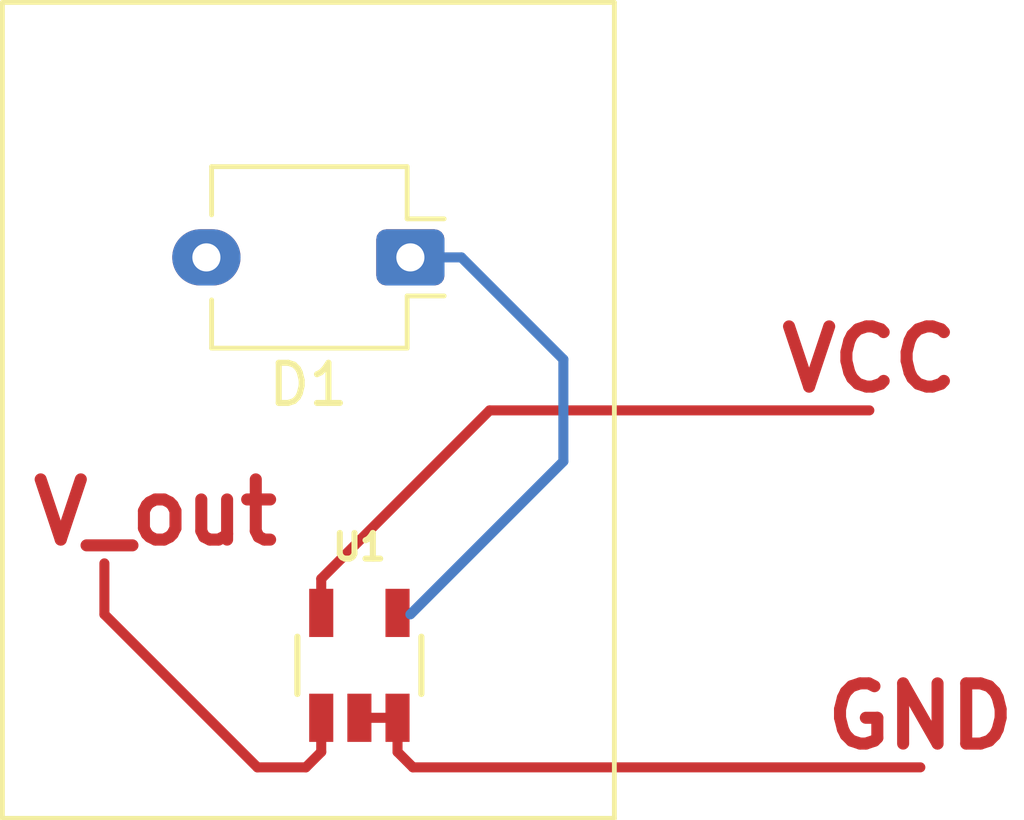
<source format=kicad_pcb>
(kicad_pcb (version 20171130) (host pcbnew 5.1.5+dfsg1-2build2)

  (general
    (thickness 1.6)
    (drawings 7)
    (tracks 16)
    (zones 0)
    (modules 2)
    (nets 5)
  )

  (page A4)
  (layers
    (0 F.Cu signal)
    (31 B.Cu signal)
    (32 B.Adhes user)
    (33 F.Adhes user)
    (34 B.Paste user)
    (35 F.Paste user)
    (36 B.SilkS user)
    (37 F.SilkS user)
    (38 B.Mask user)
    (39 F.Mask user)
    (40 Dwgs.User user)
    (41 Cmts.User user)
    (42 Eco1.User user)
    (43 Eco2.User user)
    (44 Edge.Cuts user)
    (45 Margin user)
    (46 B.CrtYd user)
    (47 F.CrtYd user)
    (48 B.Fab user)
    (49 F.Fab user)
  )

  (setup
    (last_trace_width 0.25)
    (trace_clearance 0.2)
    (zone_clearance 0.508)
    (zone_45_only no)
    (trace_min 0.2)
    (via_size 0.8)
    (via_drill 0.4)
    (via_min_size 0.4)
    (via_min_drill 0.3)
    (uvia_size 0.3)
    (uvia_drill 0.1)
    (uvias_allowed no)
    (uvia_min_size 0.2)
    (uvia_min_drill 0.1)
    (edge_width 0.05)
    (segment_width 0.2)
    (pcb_text_width 0.3)
    (pcb_text_size 1.5 1.5)
    (mod_edge_width 0.12)
    (mod_text_size 1 1)
    (mod_text_width 0.15)
    (pad_size 1.524 1.524)
    (pad_drill 0.762)
    (pad_to_mask_clearance 0.051)
    (solder_mask_min_width 0.25)
    (aux_axis_origin 0 0)
    (visible_elements FFFFFF7F)
    (pcbplotparams
      (layerselection 0x010fc_ffffffff)
      (usegerberextensions false)
      (usegerberattributes false)
      (usegerberadvancedattributes false)
      (creategerberjobfile false)
      (excludeedgelayer true)
      (linewidth 0.100000)
      (plotframeref false)
      (viasonmask false)
      (mode 1)
      (useauxorigin false)
      (hpglpennumber 1)
      (hpglpenspeed 20)
      (hpglpendiameter 15.000000)
      (psnegative false)
      (psa4output false)
      (plotreference true)
      (plotvalue true)
      (plotinvisibletext false)
      (padsonsilk false)
      (subtractmaskfromsilk false)
      (outputformat 1)
      (mirror false)
      (drillshape 1)
      (scaleselection 1)
      (outputdirectory ""))
  )

  (net 0 "")
  (net 1 GND)
  (net 2 "Net-(C1-Pad2)")
  (net 3 VCC)
  (net 4 V_out)

  (net_class Default "This is the default net class."
    (clearance 0.2)
    (trace_width 0.25)
    (via_dia 0.8)
    (via_drill 0.4)
    (uvia_dia 0.3)
    (uvia_drill 0.1)
    (add_net GND)
    (add_net "Net-(C1-Pad2)")
    (add_net VCC)
    (add_net V_out)
  )

  (module OptoDevice:Osram_DIL2_4.3x4.65mm_P5.08mm (layer F.Cu) (tedit 5B887DD0) (tstamp 6900712C)
    (at 142.24 58.42 180)
    (descr "PhotoDiode, plastic DIL, 4.3x4.65mm², RM5.08")
    (tags "PhotoDiode plastic DIL RM5.08")
    (path /6900A920)
    (fp_text reference D1 (at 2.54 -3.17) (layer F.SilkS)
      (effects (font (size 1 1) (thickness 0.15)))
    )
    (fp_text value BPW34 (at 2.54 3.17) (layer F.Fab)
      (effects (font (size 1 1) (thickness 0.15)))
    )
    (fp_text user %R (at 2.54 -3.17) (layer F.Fab)
      (effects (font (size 1 1) (thickness 0.15)))
    )
    (fp_line (start 3.79 1.5) (end 3.79 -1.5) (layer F.Fab) (width 0.1))
    (fp_line (start 0.79 -1.5) (end 0.79 1.5) (layer F.Fab) (width 0.1))
    (fp_line (start 0.08 0.96) (end 0.08 2.26) (layer F.SilkS) (width 0.12))
    (fp_line (start 0.08 -2.26) (end 0.08 -0.96) (layer F.SilkS) (width 0.12))
    (fp_line (start 4.95 1.06) (end 4.95 2.26) (layer F.SilkS) (width 0.12))
    (fp_line (start 4.95 2.26) (end 0.08 2.26) (layer F.SilkS) (width 0.12))
    (fp_line (start 0.08 -2.26) (end 4.95 -2.26) (layer F.SilkS) (width 0.12))
    (fp_line (start 4.95 -2.26) (end 4.95 -1.06) (layer F.SilkS) (width 0.12))
    (fp_line (start 4.84 -2.15) (end 4.84 2.15) (layer F.Fab) (width 0.1))
    (fp_line (start 4.84 2.15) (end 0.19 2.15) (layer F.Fab) (width 0.1))
    (fp_line (start 0.19 2.15) (end 0.19 -1.5) (layer F.Fab) (width 0.1))
    (fp_line (start 0.19 -1.5) (end 0.84 -2.15) (layer F.Fab) (width 0.1))
    (fp_line (start 0.84 -2.15) (end 4.84 -2.15) (layer F.Fab) (width 0.1))
    (fp_line (start 0.79 1.5) (end 3.79 1.5) (layer F.Fab) (width 0.1))
    (fp_line (start 3.79 -1.5) (end 0.79 -1.5) (layer F.Fab) (width 0.1))
    (fp_line (start 2.79 -0.38) (end 3.05 -0.38) (layer F.Fab) (width 0.1))
    (fp_line (start 2.79 -0.38) (end 2.79 -0.64) (layer F.Fab) (width 0.1))
    (fp_line (start 2.29 -0.38) (end 2.54 -0.38) (layer F.Fab) (width 0.1))
    (fp_line (start 2.29 -0.38) (end 2.29 -0.64) (layer F.Fab) (width 0.1))
    (fp_line (start 3.05 -1.14) (end 2.29 -0.38) (layer F.Fab) (width 0.1))
    (fp_line (start 3.56 -1.14) (end 2.79 -0.38) (layer F.Fab) (width 0.1))
    (fp_line (start 2.03 0.64) (end 2.67 0) (layer F.Fab) (width 0.1))
    (fp_line (start 2.67 0) (end 2.67 1.27) (layer F.Fab) (width 0.1))
    (fp_line (start 2.67 1.27) (end 2.03 0.64) (layer F.Fab) (width 0.1))
    (fp_line (start 2.03 0) (end 2.03 1.27) (layer F.Fab) (width 0.1))
    (fp_line (start 1.02 0.64) (end 3.56 0.64) (layer F.Fab) (width 0.1))
    (fp_line (start -1.1 -2.4) (end 6.18 -2.4) (layer F.CrtYd) (width 0.05))
    (fp_line (start -1.1 -2.4) (end -1.1 2.4) (layer F.CrtYd) (width 0.05))
    (fp_line (start 6.18 2.4) (end 6.18 -2.4) (layer F.CrtYd) (width 0.05))
    (fp_line (start 6.18 2.4) (end -1.1 2.4) (layer F.CrtYd) (width 0.05))
    (fp_line (start 0.08 -0.96) (end -0.84 -0.96) (layer F.SilkS) (width 0.12))
    (fp_line (start 0.08 0.96) (end -0.84 0.96) (layer F.SilkS) (width 0.12))
    (pad 2 thru_hole oval (at 5.08 0 180) (size 1.7 1.4) (drill 0.7) (layers *.Cu *.Mask)
      (net 1 GND))
    (pad 1 thru_hole roundrect (at 0 0 180) (size 1.7 1.4) (drill 0.7) (layers *.Cu *.Mask) (roundrect_rratio 0.178)
      (net 2 "Net-(C1-Pad2)"))
    (model ${KISYS3DMOD}/OptoDevice.3dshapes/Osram_DIL2_4.3x4.65mm_P5.08mm.wrl
      (at (xyz 0 0 0))
      (scale (xyz 1 1 1))
      (rotate (xyz 0 0 0))
    )
  )

  (module SOT23-5 (layer F.Cu) (tedit 69006F74) (tstamp 6900713E)
    (at 140.97 68.58)
    (descr "<b>Small Outline Transistor</b>, 5 lead")
    (path /69006F62)
    (attr smd)
    (fp_text reference U1 (at 0 -2.9464) (layer F.SilkS)
      (effects (font (size 0.64 0.64) (thickness 0.15)))
    )
    (fp_text value AD8615 (at 0.8128 2.7686) (layer F.Fab)
      (effects (font (size 0.64 0.64) (thickness 0.15)))
    )
    (fp_line (start -1.544 -0.713) (end 1.544 -0.713) (layer F.Fab) (width 0.1524))
    (fp_line (start 1.544 -0.713) (end 1.544 0.712) (layer F.SilkS) (width 0.1524))
    (fp_line (start 1.544 0.712) (end -1.544 0.712) (layer F.Fab) (width 0.1524))
    (fp_line (start -1.544 0.712) (end -1.544 -0.713) (layer F.SilkS) (width 0.1524))
    (fp_poly (pts (xy -1.1875 -1.5439) (xy -0.7125 -1.5439) (xy -0.7125 -0.7126) (xy -1.1875 -0.7126)) (layer F.Fab) (width 0.01))
    (fp_poly (pts (xy 0.7125 -1.5439) (xy 1.1875 -1.5439) (xy 1.1875 -0.7126) (xy 0.7125 -0.7126)) (layer F.Fab) (width 0.01))
    (fp_poly (pts (xy -1.1875 0.7124) (xy -0.7125 0.7124) (xy -0.7125 1.5437) (xy -1.1875 1.5437)) (layer F.Fab) (width 0.01))
    (fp_poly (pts (xy -0.2375 0.7124) (xy 0.2375 0.7124) (xy 0.2375 1.5437) (xy -0.2375 1.5437)) (layer F.Fab) (width 0.01))
    (fp_poly (pts (xy 0.7125 0.7124) (xy 1.1875 0.7124) (xy 1.1875 1.5437) (xy 0.7125 1.5437)) (layer F.Fab) (width 0.01))
    (pad 5 smd rect (at -0.95 -1.306) (size 0.6 1.2) (layers F.Cu F.Paste F.Mask)
      (net 3 VCC) (solder_mask_margin 0.102))
    (pad 4 smd rect (at 0.95 -1.306) (size 0.6 1.2) (layers F.Cu F.Paste F.Mask)
      (net 2 "Net-(C1-Pad2)") (solder_mask_margin 0.102))
    (pad 1 smd rect (at -0.95 1.306) (size 0.6 1.2) (layers F.Cu F.Paste F.Mask)
      (net 4 V_out) (solder_mask_margin 0.102))
    (pad 2 smd rect (at 0 1.306) (size 0.6 1.2) (layers F.Cu F.Paste F.Mask)
      (net 1 GND) (solder_mask_margin 0.102))
    (pad 3 smd rect (at 0.95 1.306) (size 0.6 1.2) (layers F.Cu F.Paste F.Mask)
      (net 1 GND) (solder_mask_margin 0.102))
  )

  (gr_text VCC (at 153.67 60.96) (layer F.Cu)
    (effects (font (size 1.5 1.5) (thickness 0.3)))
  )
  (gr_text "GND\n" (at 154.94 69.85) (layer F.Cu)
    (effects (font (size 1.5 1.5) (thickness 0.3)))
  )
  (gr_text "V_out\n" (at 135.89 64.77) (layer F.Cu)
    (effects (font (size 1.5 1.5) (thickness 0.3)))
  )
  (gr_line (start 132.08 72.39) (end 147.32 72.39) (layer F.SilkS) (width 0.12) (tstamp 6900737E))
  (gr_line (start 132.08 52.07) (end 132.08 72.39) (layer F.SilkS) (width 0.12))
  (gr_line (start 147.32 52.07) (end 132.08 52.07) (layer F.SilkS) (width 0.12))
  (gr_line (start 147.32 72.39) (end 147.32 52.07) (layer F.SilkS) (width 0.12))

  (segment (start 140.97 69.886) (end 141.92 69.886) (width 0.25) (layer F.Cu) (net 1))
  (segment (start 141.92 70.736) (end 142.304 71.12) (width 0.25) (layer F.Cu) (net 1))
  (segment (start 141.92 69.886) (end 141.92 70.736) (width 0.25) (layer F.Cu) (net 1))
  (segment (start 142.304 71.12) (end 154.94 71.12) (width 0.25) (layer F.Cu) (net 1))
  (segment (start 142.24 58.42) (end 143.51 58.42) (width 0.25) (layer B.Cu) (net 2))
  (segment (start 143.51 58.42) (end 146.05 60.96) (width 0.25) (layer B.Cu) (net 2))
  (segment (start 146.05 60.96) (end 146.05 63.5) (width 0.25) (layer B.Cu) (net 2))
  (segment (start 146.05 63.5) (end 142.24 67.31) (width 0.25) (layer B.Cu) (net 2))
  (segment (start 140.02 66.424) (end 144.214 62.23) (width 0.25) (layer F.Cu) (net 3))
  (segment (start 140.02 67.274) (end 140.02 66.424) (width 0.25) (layer F.Cu) (net 3))
  (segment (start 144.214 62.23) (end 153.67 62.23) (width 0.25) (layer F.Cu) (net 3))
  (segment (start 140.02 70.736) (end 139.636 71.12) (width 0.25) (layer F.Cu) (net 4))
  (segment (start 140.02 69.886) (end 140.02 70.736) (width 0.25) (layer F.Cu) (net 4))
  (segment (start 139.636 71.12) (end 138.43 71.12) (width 0.25) (layer F.Cu) (net 4))
  (segment (start 138.43 71.12) (end 134.62 67.31) (width 0.25) (layer F.Cu) (net 4))
  (segment (start 134.62 67.31) (end 134.62 66.04) (width 0.25) (layer F.Cu) (net 4))

)

</source>
